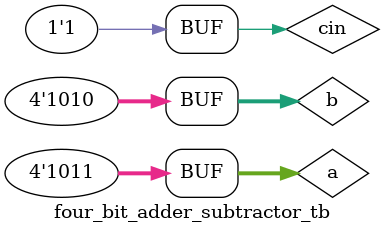
<source format=v>
module four_bit_adder_subtractor(A, B, Cin, S, Cout);
	input [3:0]A, B;
	input Cin;
	output [3:0]S;
	output Cout;

	wire [3:0]BB;
	wire [2:0]CC;

	xor(BB[0], Cin, B[0]);
	xor(BB[1], Cin, B[1]);
	xor(BB[2], Cin, B[2]);
	xor(BB[3], Cin, B[3 ]);
	
	full_adder FA1(A[0], BB[0], Cin, S[0], CC[0]);
	full_adder FA2(A[1], BB[1], CC[0], S[1], CC[1]);
	full_adder FA3(A[2], BB[2], CC[1], S[2], CC[2]);
	full_adder FA4(A[3], BB[3], CC[2], S[3], Cout);
endmodule

module four_bit_adder_subtractor_tb;
	reg [3:0]a, b;
	reg cin;
	wire [3:0]s;
	wire cout;

	four_bit_adder_subtractor fas(.A(a), .B(b), .Cin(cin), .S(s), .Cout(cout));

	initial begin
		a = 4'b1000; b = 4'b0010; cin = 0; #50;
		a = 4'b1000; b = 4'b0010; cin = 1; #50;
		a = 4'b1000; b = 4'b1000; cin = 0; #50;
		a = 4'b1000; b = 4'b1000; cin = 1; #50;
		a = 4'b0010; b = 4'b1000; cin = 0; #50;
		a = 4'b0010; b = 4'b1000; cin = 1; #50;
		a = 4'b0001; b = 4'b0111; cin = 0; #50;
		a = 4'b0001; b = 4'b0111; cin = 1; #50;
		a = 4'b1010; b = 4'b1011; cin = 0; #50;
		a = 4'b1010; b = 4'b1011; cin = 1; #50;
		a = 4'b1110; b = 4'b1111; cin = 0; #50;
		a = 4'b1110; b = 4'b1111; cin = 1; #50;
		a = 4'b1011; b = 4'b1010; cin = 0; #50;
		a = 4'b1011; b = 4'b1010; cin = 1; #50;
	end
endmodule

</source>
